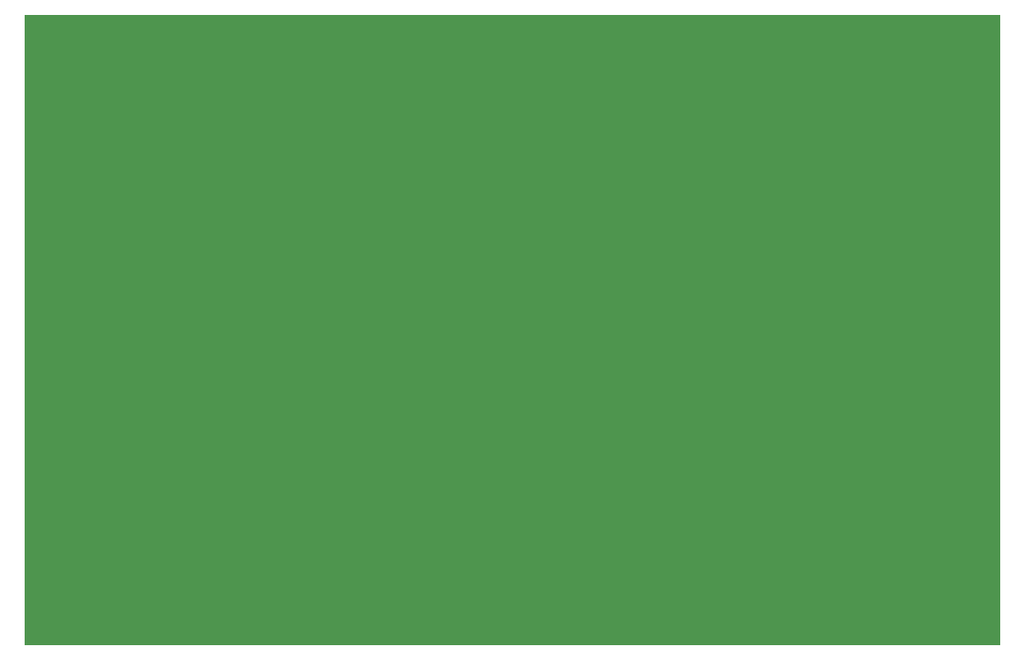
<source format=gbr>
G04 ===== Begin FILE IDENTIFICATION =====*
G04 File Format:  Gerber RS274X*
G04 ===== End FILE IDENTIFICATION =====*
%FSLAX33Y33*%
%MOMM*%
%SFA1.0000B1.0000*%
%OFA0.0B0.0*%
%ADD14C,1.000000*%
%ADD15R,8.000000X12.000000*%
%ADD16R,93.800000X60.600000*%
%LNpc2*%
%IPPOS*%
%LPD*%
G75*
D14*
X21200Y-4100D03*
Y3900D03*
D15*
X19200Y-100D03*
D16*
X62100Y-400D03*
M02*


</source>
